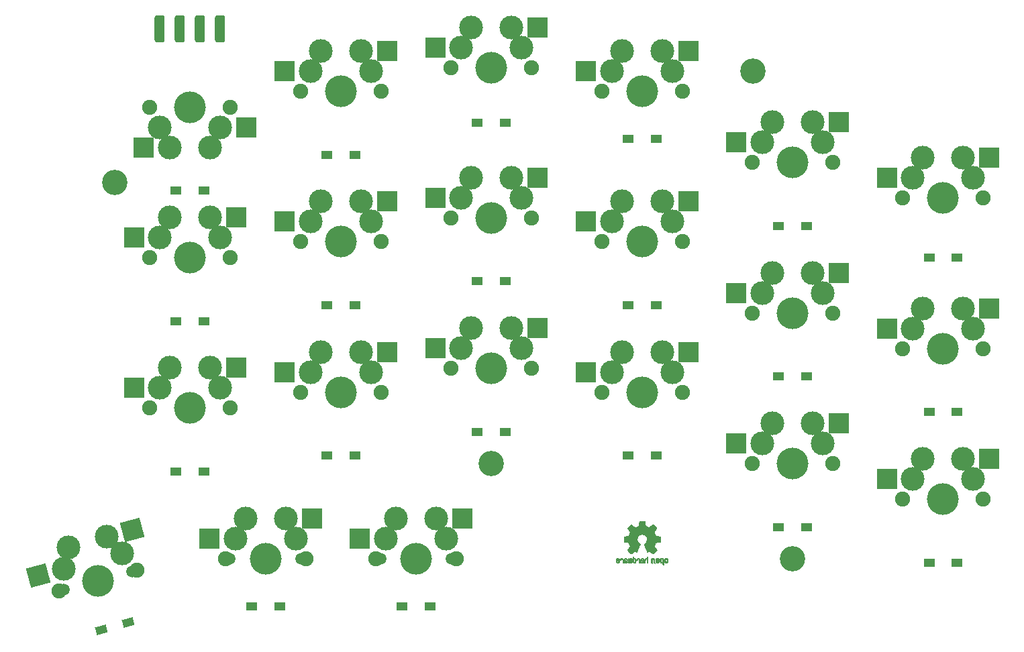
<source format=gbs>
%TF.GenerationSoftware,KiCad,Pcbnew,7.0.2-0*%
%TF.CreationDate,2023-06-01T09:13:53+08:00*%
%TF.ProjectId,Input,496e7075-742e-46b6-9963-61645f706362,2*%
%TF.SameCoordinates,PX717cbc0PY58b1140*%
%TF.FileFunction,Soldermask,Bot*%
%TF.FilePolarity,Negative*%
%FSLAX46Y46*%
G04 Gerber Fmt 4.6, Leading zero omitted, Abs format (unit mm)*
G04 Created by KiCad (PCBNEW 7.0.2-0) date 2023-06-01 09:13:53*
%MOMM*%
%LPD*%
G01*
G04 APERTURE LIST*
G04 Aperture macros list*
%AMRoundRect*
0 Rectangle with rounded corners*
0 $1 Rounding radius*
0 $2 $3 $4 $5 $6 $7 $8 $9 X,Y pos of 4 corners*
0 Add a 4 corners polygon primitive as box body*
4,1,4,$2,$3,$4,$5,$6,$7,$8,$9,$2,$3,0*
0 Add four circle primitives for the rounded corners*
1,1,$1+$1,$2,$3*
1,1,$1+$1,$4,$5*
1,1,$1+$1,$6,$7*
1,1,$1+$1,$8,$9*
0 Add four rect primitives between the rounded corners*
20,1,$1+$1,$2,$3,$4,$5,0*
20,1,$1+$1,$4,$5,$6,$7,0*
20,1,$1+$1,$6,$7,$8,$9,0*
20,1,$1+$1,$8,$9,$2,$3,0*%
%AMRotRect*
0 Rectangle, with rotation*
0 The origin of the aperture is its center*
0 $1 length*
0 $2 width*
0 $3 Rotation angle, in degrees counterclockwise*
0 Add horizontal line*
21,1,$1,$2,0,0,$3*%
G04 Aperture macros list end*
%ADD10C,0.010000*%
%ADD11C,1.900000*%
%ADD12C,3.000000*%
%ADD13C,4.000000*%
%ADD14R,2.550000X2.500000*%
%ADD15C,3.200000*%
%ADD16RoundRect,0.317500X0.317500X1.397000X-0.317500X1.397000X-0.317500X-1.397000X0.317500X-1.397000X0*%
%ADD17R,1.400000X1.000000*%
%ADD18C,1.500000*%
%ADD19RotRect,2.550000X2.500000X15.000000*%
%ADD20RotRect,1.400000X1.000000X195.000000*%
G04 APERTURE END LIST*
%TO.C,REF\u002A\u002A*%
D10*
X54482829Y-37951097D02*
X54542753Y-37973355D01*
X54567673Y-37990080D01*
X54592910Y-38014043D01*
X54610912Y-38044526D01*
X54622858Y-38086023D01*
X54629930Y-38143032D01*
X54633308Y-38220047D01*
X54634171Y-38321565D01*
X54634002Y-38374027D01*
X54633153Y-38445715D01*
X54631711Y-38502925D01*
X54629814Y-38540809D01*
X54627597Y-38554514D01*
X54613172Y-38549981D01*
X54584054Y-38537670D01*
X54583181Y-38537272D01*
X54568060Y-38529356D01*
X54557891Y-38518495D01*
X54551691Y-38499471D01*
X54548478Y-38467069D01*
X54547270Y-38416071D01*
X54547086Y-38341261D01*
X54546714Y-38293804D01*
X54542750Y-38204615D01*
X54533673Y-38139287D01*
X54518524Y-38094393D01*
X54496345Y-38066507D01*
X54466175Y-38052203D01*
X54461990Y-38051206D01*
X54405480Y-38050427D01*
X54361410Y-38075744D01*
X54330972Y-38126502D01*
X54325544Y-38141175D01*
X54313171Y-38173649D01*
X54306905Y-38188572D01*
X54294036Y-38186516D01*
X54265933Y-38175357D01*
X54239721Y-38156927D01*
X54227771Y-38122098D01*
X54231336Y-38097151D01*
X54253235Y-38046547D01*
X54288644Y-37999128D01*
X54330052Y-37966334D01*
X54347400Y-37958752D01*
X54413089Y-37946076D01*
X54482829Y-37951097D01*
G36*
X54482829Y-37951097D02*
G01*
X54542753Y-37973355D01*
X54567673Y-37990080D01*
X54592910Y-38014043D01*
X54610912Y-38044526D01*
X54622858Y-38086023D01*
X54629930Y-38143032D01*
X54633308Y-38220047D01*
X54634171Y-38321565D01*
X54634002Y-38374027D01*
X54633153Y-38445715D01*
X54631711Y-38502925D01*
X54629814Y-38540809D01*
X54627597Y-38554514D01*
X54613172Y-38549981D01*
X54584054Y-38537670D01*
X54583181Y-38537272D01*
X54568060Y-38529356D01*
X54557891Y-38518495D01*
X54551691Y-38499471D01*
X54548478Y-38467069D01*
X54547270Y-38416071D01*
X54547086Y-38341261D01*
X54546714Y-38293804D01*
X54542750Y-38204615D01*
X54533673Y-38139287D01*
X54518524Y-38094393D01*
X54496345Y-38066507D01*
X54466175Y-38052203D01*
X54461990Y-38051206D01*
X54405480Y-38050427D01*
X54361410Y-38075744D01*
X54330972Y-38126502D01*
X54325544Y-38141175D01*
X54313171Y-38173649D01*
X54306905Y-38188572D01*
X54294036Y-38186516D01*
X54265933Y-38175357D01*
X54239721Y-38156927D01*
X54227771Y-38122098D01*
X54231336Y-38097151D01*
X54253235Y-38046547D01*
X54288644Y-37999128D01*
X54330052Y-37966334D01*
X54347400Y-37958752D01*
X54413089Y-37946076D01*
X54482829Y-37951097D01*
G37*
X58431020Y-37917822D02*
X58498810Y-37949680D01*
X58554366Y-38004770D01*
X58565881Y-38022016D01*
X58575432Y-38041562D01*
X58582206Y-38066198D01*
X58586819Y-38100711D01*
X58589888Y-38149889D01*
X58592029Y-38218519D01*
X58593859Y-38311389D01*
X58598404Y-38569007D01*
X58560225Y-38554491D01*
X58525268Y-38541156D01*
X58499097Y-38528323D01*
X58482013Y-38511780D01*
X58472086Y-38486465D01*
X58467386Y-38447316D01*
X58465982Y-38389268D01*
X58465943Y-38307261D01*
X58465744Y-38241895D01*
X58464559Y-38179173D01*
X58461729Y-38136334D01*
X58456609Y-38108220D01*
X58448553Y-38089675D01*
X58436914Y-38075543D01*
X58408303Y-38055600D01*
X58360239Y-38048083D01*
X58312688Y-38067079D01*
X58309550Y-38069511D01*
X58299769Y-38080748D01*
X58292553Y-38098770D01*
X58287299Y-38128026D01*
X58283402Y-38172962D01*
X58280256Y-38238028D01*
X58277257Y-38327670D01*
X58270000Y-38567697D01*
X58208314Y-38540044D01*
X58146629Y-38512391D01*
X58146629Y-38293246D01*
X58146884Y-38233711D01*
X58149086Y-38150892D01*
X58154661Y-38089227D01*
X58164941Y-38043748D01*
X58181258Y-38009484D01*
X58204943Y-37981466D01*
X58237328Y-37954723D01*
X58283907Y-37927780D01*
X58357287Y-37910191D01*
X58431020Y-37917822D01*
G36*
X58431020Y-37917822D02*
G01*
X58498810Y-37949680D01*
X58554366Y-38004770D01*
X58565881Y-38022016D01*
X58575432Y-38041562D01*
X58582206Y-38066198D01*
X58586819Y-38100711D01*
X58589888Y-38149889D01*
X58592029Y-38218519D01*
X58593859Y-38311389D01*
X58598404Y-38569007D01*
X58560225Y-38554491D01*
X58525268Y-38541156D01*
X58499097Y-38528323D01*
X58482013Y-38511780D01*
X58472086Y-38486465D01*
X58467386Y-38447316D01*
X58465982Y-38389268D01*
X58465943Y-38307261D01*
X58465744Y-38241895D01*
X58464559Y-38179173D01*
X58461729Y-38136334D01*
X58456609Y-38108220D01*
X58448553Y-38089675D01*
X58436914Y-38075543D01*
X58408303Y-38055600D01*
X58360239Y-38048083D01*
X58312688Y-38067079D01*
X58309550Y-38069511D01*
X58299769Y-38080748D01*
X58292553Y-38098770D01*
X58287299Y-38128026D01*
X58283402Y-38172962D01*
X58280256Y-38238028D01*
X58277257Y-38327670D01*
X58270000Y-38567697D01*
X58208314Y-38540044D01*
X58146629Y-38512391D01*
X58146629Y-38293246D01*
X58146884Y-38233711D01*
X58149086Y-38150892D01*
X58154661Y-38089227D01*
X58164941Y-38043748D01*
X58181258Y-38009484D01*
X58204943Y-37981466D01*
X58237328Y-37954723D01*
X58283907Y-37927780D01*
X58357287Y-37910191D01*
X58431020Y-37917822D01*
G37*
X56607691Y-37966467D02*
X56612273Y-37969003D01*
X56649704Y-37998057D01*
X56683170Y-38035410D01*
X56689007Y-38043852D01*
X56700165Y-38063553D01*
X56708136Y-38086935D01*
X56713618Y-38119067D01*
X56717307Y-38165019D01*
X56719899Y-38229859D01*
X56722092Y-38318657D01*
X56722402Y-38333669D01*
X56723400Y-38430999D01*
X56721994Y-38499934D01*
X56718164Y-38540948D01*
X56711889Y-38554514D01*
X56692898Y-38550452D01*
X56660638Y-38538144D01*
X56653041Y-38534545D01*
X56641176Y-38526398D01*
X56632994Y-38513004D01*
X56627643Y-38489608D01*
X56624269Y-38451455D01*
X56622019Y-38393790D01*
X56620040Y-38311857D01*
X56619498Y-38287907D01*
X56617403Y-38212266D01*
X56614683Y-38159328D01*
X56610515Y-38124075D01*
X56604079Y-38101487D01*
X56594550Y-38086544D01*
X56581106Y-38074227D01*
X56541305Y-38052634D01*
X56492341Y-38048476D01*
X56448529Y-38064999D01*
X56417008Y-38099210D01*
X56404914Y-38148114D01*
X56404578Y-38161407D01*
X56397972Y-38185472D01*
X56378470Y-38189144D01*
X56340283Y-38174813D01*
X56331438Y-38170217D01*
X56307534Y-38143186D01*
X56307061Y-38102994D01*
X56329836Y-38047409D01*
X56350727Y-38017117D01*
X56404142Y-37974084D01*
X56470074Y-37949755D01*
X56540574Y-37946443D01*
X56607691Y-37966467D01*
G36*
X56607691Y-37966467D02*
G01*
X56612273Y-37969003D01*
X56649704Y-37998057D01*
X56683170Y-38035410D01*
X56689007Y-38043852D01*
X56700165Y-38063553D01*
X56708136Y-38086935D01*
X56713618Y-38119067D01*
X56717307Y-38165019D01*
X56719899Y-38229859D01*
X56722092Y-38318657D01*
X56722402Y-38333669D01*
X56723400Y-38430999D01*
X56721994Y-38499934D01*
X56718164Y-38540948D01*
X56711889Y-38554514D01*
X56692898Y-38550452D01*
X56660638Y-38538144D01*
X56653041Y-38534545D01*
X56641176Y-38526398D01*
X56632994Y-38513004D01*
X56627643Y-38489608D01*
X56624269Y-38451455D01*
X56622019Y-38393790D01*
X56620040Y-38311857D01*
X56619498Y-38287907D01*
X56617403Y-38212266D01*
X56614683Y-38159328D01*
X56610515Y-38124075D01*
X56604079Y-38101487D01*
X56594550Y-38086544D01*
X56581106Y-38074227D01*
X56541305Y-38052634D01*
X56492341Y-38048476D01*
X56448529Y-38064999D01*
X56417008Y-38099210D01*
X56404914Y-38148114D01*
X56404578Y-38161407D01*
X56397972Y-38185472D01*
X56378470Y-38189144D01*
X56340283Y-38174813D01*
X56331438Y-38170217D01*
X56307534Y-38143186D01*
X56307061Y-38102994D01*
X56329836Y-38047409D01*
X56350727Y-38017117D01*
X56404142Y-37974084D01*
X56470074Y-37949755D01*
X56540574Y-37946443D01*
X56607691Y-37966467D01*
G37*
X57678543Y-37749444D02*
X57725714Y-37769342D01*
X57725714Y-38166509D01*
X57725519Y-38269498D01*
X57724998Y-38362141D01*
X57724199Y-38440700D01*
X57723172Y-38501439D01*
X57721963Y-38540623D01*
X57720623Y-38554514D01*
X57720099Y-38554468D01*
X57702287Y-38549420D01*
X57669823Y-38538580D01*
X57624114Y-38522646D01*
X57624114Y-38318173D01*
X57623824Y-38237832D01*
X57622474Y-38179562D01*
X57619369Y-38139909D01*
X57613812Y-38113618D01*
X57605107Y-38095436D01*
X57592556Y-38080107D01*
X57583999Y-38071955D01*
X57537728Y-38049375D01*
X57486728Y-38051375D01*
X57439993Y-38078073D01*
X57433189Y-38084698D01*
X57422293Y-38098456D01*
X57414836Y-38116642D01*
X57410169Y-38144177D01*
X57407642Y-38185981D01*
X57406602Y-38246973D01*
X57406400Y-38332073D01*
X57406303Y-38375234D01*
X57405674Y-38446224D01*
X57404556Y-38503076D01*
X57403063Y-38540828D01*
X57401309Y-38554514D01*
X57400785Y-38554468D01*
X57382973Y-38549420D01*
X57350509Y-38538580D01*
X57304800Y-38522646D01*
X57304823Y-38317237D01*
X57304857Y-38298951D01*
X57306778Y-38203626D01*
X57312678Y-38131543D01*
X57324001Y-38077813D01*
X57342187Y-38037549D01*
X57368679Y-38005861D01*
X57404918Y-37977861D01*
X57440263Y-37960333D01*
X57496773Y-37946785D01*
X57552356Y-37946015D01*
X57595086Y-37959195D01*
X57598298Y-37961015D01*
X57608205Y-37960820D01*
X57614975Y-37945572D01*
X57619861Y-37910613D01*
X57624114Y-37851289D01*
X57631371Y-37729547D01*
X57678543Y-37749444D01*
G36*
X57678543Y-37749444D02*
G01*
X57725714Y-37769342D01*
X57725714Y-38166509D01*
X57725519Y-38269498D01*
X57724998Y-38362141D01*
X57724199Y-38440700D01*
X57723172Y-38501439D01*
X57721963Y-38540623D01*
X57720623Y-38554514D01*
X57720099Y-38554468D01*
X57702287Y-38549420D01*
X57669823Y-38538580D01*
X57624114Y-38522646D01*
X57624114Y-38318173D01*
X57623824Y-38237832D01*
X57622474Y-38179562D01*
X57619369Y-38139909D01*
X57613812Y-38113618D01*
X57605107Y-38095436D01*
X57592556Y-38080107D01*
X57583999Y-38071955D01*
X57537728Y-38049375D01*
X57486728Y-38051375D01*
X57439993Y-38078073D01*
X57433189Y-38084698D01*
X57422293Y-38098456D01*
X57414836Y-38116642D01*
X57410169Y-38144177D01*
X57407642Y-38185981D01*
X57406602Y-38246973D01*
X57406400Y-38332073D01*
X57406303Y-38375234D01*
X57405674Y-38446224D01*
X57404556Y-38503076D01*
X57403063Y-38540828D01*
X57401309Y-38554514D01*
X57400785Y-38554468D01*
X57382973Y-38549420D01*
X57350509Y-38538580D01*
X57304800Y-38522646D01*
X57304823Y-38317237D01*
X57304857Y-38298951D01*
X57306778Y-38203626D01*
X57312678Y-38131543D01*
X57324001Y-38077813D01*
X57342187Y-38037549D01*
X57368679Y-38005861D01*
X57404918Y-37977861D01*
X57440263Y-37960333D01*
X57496773Y-37946785D01*
X57552356Y-37946015D01*
X57595086Y-37959195D01*
X57598298Y-37961015D01*
X57608205Y-37960820D01*
X57614975Y-37945572D01*
X57619861Y-37910613D01*
X57624114Y-37851289D01*
X57631371Y-37729547D01*
X57678543Y-37749444D01*
G37*
X55653941Y-37949282D02*
X55685774Y-37961758D01*
X55722743Y-37978602D01*
X55722743Y-38465196D01*
X55676812Y-38511127D01*
X55666320Y-38521427D01*
X55637255Y-38544320D01*
X55607943Y-38551735D01*
X55564326Y-38548321D01*
X55546568Y-38546114D01*
X55500767Y-38541445D01*
X55468743Y-38539585D01*
X55459244Y-38539869D01*
X55420274Y-38542948D01*
X55373160Y-38548321D01*
X55358085Y-38550168D01*
X55320110Y-38550893D01*
X55292325Y-38539429D01*
X55260674Y-38511127D01*
X55214743Y-38465196D01*
X55214743Y-38205055D01*
X55215101Y-38128180D01*
X55216216Y-38054886D01*
X55217952Y-37996850D01*
X55220167Y-37958663D01*
X55222721Y-37944914D01*
X55223256Y-37944951D01*
X55241808Y-37951793D01*
X55273153Y-37966868D01*
X55315608Y-37988822D01*
X55319604Y-38217240D01*
X55323600Y-38445657D01*
X55410686Y-38445657D01*
X55414657Y-38195286D01*
X55415916Y-38127227D01*
X55417718Y-38054482D01*
X55419671Y-37996730D01*
X55421612Y-37958648D01*
X55423377Y-37944914D01*
X55423885Y-37944962D01*
X55441482Y-37950015D01*
X55473834Y-37960849D01*
X55519543Y-37976783D01*
X55519765Y-38196706D01*
X55519988Y-38234909D01*
X55521531Y-38309146D01*
X55524292Y-38371145D01*
X55527977Y-38415308D01*
X55532292Y-38436041D01*
X55547732Y-38447131D01*
X55579241Y-38450556D01*
X55613886Y-38445657D01*
X55617857Y-38195286D01*
X55619278Y-38131663D01*
X55622225Y-38056356D01*
X55626079Y-37997286D01*
X55630542Y-37958718D01*
X55635317Y-37944914D01*
X55653941Y-37949282D01*
G36*
X55653941Y-37949282D02*
G01*
X55685774Y-37961758D01*
X55722743Y-37978602D01*
X55722743Y-38465196D01*
X55676812Y-38511127D01*
X55666320Y-38521427D01*
X55637255Y-38544320D01*
X55607943Y-38551735D01*
X55564326Y-38548321D01*
X55546568Y-38546114D01*
X55500767Y-38541445D01*
X55468743Y-38539585D01*
X55459244Y-38539869D01*
X55420274Y-38542948D01*
X55373160Y-38548321D01*
X55358085Y-38550168D01*
X55320110Y-38550893D01*
X55292325Y-38539429D01*
X55260674Y-38511127D01*
X55214743Y-38465196D01*
X55214743Y-38205055D01*
X55215101Y-38128180D01*
X55216216Y-38054886D01*
X55217952Y-37996850D01*
X55220167Y-37958663D01*
X55222721Y-37944914D01*
X55223256Y-37944951D01*
X55241808Y-37951793D01*
X55273153Y-37966868D01*
X55315608Y-37988822D01*
X55319604Y-38217240D01*
X55323600Y-38445657D01*
X55410686Y-38445657D01*
X55414657Y-38195286D01*
X55415916Y-38127227D01*
X55417718Y-38054482D01*
X55419671Y-37996730D01*
X55421612Y-37958648D01*
X55423377Y-37944914D01*
X55423885Y-37944962D01*
X55441482Y-37950015D01*
X55473834Y-37960849D01*
X55519543Y-37976783D01*
X55519765Y-38196706D01*
X55519988Y-38234909D01*
X55521531Y-38309146D01*
X55524292Y-38371145D01*
X55527977Y-38415308D01*
X55532292Y-38436041D01*
X55547732Y-38447131D01*
X55579241Y-38450556D01*
X55613886Y-38445657D01*
X55617857Y-38195286D01*
X55619278Y-38131663D01*
X55622225Y-38056356D01*
X55626079Y-37997286D01*
X55630542Y-37958718D01*
X55635317Y-37944914D01*
X55653941Y-37949282D01*
G37*
X60265714Y-38235200D02*
X60265701Y-38250935D01*
X60264914Y-38321119D01*
X60262210Y-38370022D01*
X60256606Y-38404178D01*
X60247119Y-38430124D01*
X60232768Y-38454397D01*
X60229237Y-38459433D01*
X60191878Y-38499143D01*
X60149311Y-38529092D01*
X60127452Y-38538810D01*
X60048908Y-38555020D01*
X59971231Y-38544535D01*
X59899645Y-38508707D01*
X59839374Y-38448887D01*
X59834286Y-38440873D01*
X59817730Y-38394342D01*
X59806573Y-38329552D01*
X59801160Y-38254727D01*
X59801768Y-38185513D01*
X59948248Y-38185513D01*
X59949402Y-38281399D01*
X59949866Y-38287569D01*
X59956629Y-38340478D01*
X59968671Y-38374029D01*
X59989005Y-38397016D01*
X60023097Y-38418548D01*
X60056814Y-38419680D01*
X60091543Y-38394857D01*
X60097584Y-38388325D01*
X60109417Y-38368779D01*
X60116404Y-38340386D01*
X60119727Y-38296430D01*
X60120571Y-38230192D01*
X60119125Y-38168150D01*
X60111907Y-38109042D01*
X60097006Y-38071686D01*
X60072636Y-38052152D01*
X60037008Y-38046514D01*
X60023440Y-38047635D01*
X59985430Y-38068194D01*
X59960312Y-38114299D01*
X59948248Y-38185513D01*
X59801768Y-38185513D01*
X59801833Y-38178096D01*
X59808937Y-38107882D01*
X59822815Y-38052312D01*
X59840649Y-38015301D01*
X59890855Y-37957733D01*
X59958885Y-37921962D01*
X60042158Y-37909665D01*
X60064398Y-37910331D01*
X60129891Y-37923947D01*
X60183687Y-37958249D01*
X60233057Y-38017338D01*
X60235995Y-38021722D01*
X60249287Y-38045299D01*
X60257932Y-38071949D01*
X60262904Y-38108159D01*
X60265174Y-38160413D01*
X60265678Y-38230192D01*
X60265714Y-38235200D01*
G36*
X60265714Y-38235200D02*
G01*
X60265701Y-38250935D01*
X60264914Y-38321119D01*
X60262210Y-38370022D01*
X60256606Y-38404178D01*
X60247119Y-38430124D01*
X60232768Y-38454397D01*
X60229237Y-38459433D01*
X60191878Y-38499143D01*
X60149311Y-38529092D01*
X60127452Y-38538810D01*
X60048908Y-38555020D01*
X59971231Y-38544535D01*
X59899645Y-38508707D01*
X59839374Y-38448887D01*
X59834286Y-38440873D01*
X59817730Y-38394342D01*
X59806573Y-38329552D01*
X59801160Y-38254727D01*
X59801768Y-38185513D01*
X59948248Y-38185513D01*
X59949402Y-38281399D01*
X59949866Y-38287569D01*
X59956629Y-38340478D01*
X59968671Y-38374029D01*
X59989005Y-38397016D01*
X60023097Y-38418548D01*
X60056814Y-38419680D01*
X60091543Y-38394857D01*
X60097584Y-38388325D01*
X60109417Y-38368779D01*
X60116404Y-38340386D01*
X60119727Y-38296430D01*
X60120571Y-38230192D01*
X60119125Y-38168150D01*
X60111907Y-38109042D01*
X60097006Y-38071686D01*
X60072636Y-38052152D01*
X60037008Y-38046514D01*
X60023440Y-38047635D01*
X59985430Y-38068194D01*
X59960312Y-38114299D01*
X59948248Y-38185513D01*
X59801768Y-38185513D01*
X59801833Y-38178096D01*
X59808937Y-38107882D01*
X59822815Y-38052312D01*
X59840649Y-38015301D01*
X59890855Y-37957733D01*
X59958885Y-37921962D01*
X60042158Y-37909665D01*
X60064398Y-37910331D01*
X60129891Y-37923947D01*
X60183687Y-37958249D01*
X60233057Y-38017338D01*
X60235995Y-38021722D01*
X60249287Y-38045299D01*
X60257932Y-38071949D01*
X60262904Y-38108159D01*
X60265174Y-38160413D01*
X60265678Y-38230192D01*
X60265714Y-38235200D01*
G37*
X54140590Y-38252622D02*
X54140307Y-38291305D01*
X54136762Y-38367521D01*
X54127483Y-38423294D01*
X54110375Y-38464613D01*
X54083344Y-38497467D01*
X54044292Y-38527846D01*
X54019445Y-38541660D01*
X53979615Y-38550965D01*
X53923665Y-38550230D01*
X53892385Y-38547283D01*
X53854653Y-38538283D01*
X53824494Y-38518720D01*
X53789408Y-38482267D01*
X53784720Y-38476943D01*
X53753177Y-38435969D01*
X53738128Y-38400283D01*
X53734286Y-38357966D01*
X53734286Y-38295779D01*
X53777742Y-38312182D01*
X53809424Y-38331356D01*
X53836962Y-38376347D01*
X53842711Y-38390752D01*
X53874855Y-38431546D01*
X53918611Y-38452081D01*
X53966254Y-38450235D01*
X54010057Y-38423886D01*
X54025111Y-38407455D01*
X54038763Y-38382667D01*
X54034493Y-38360144D01*
X54009916Y-38336964D01*
X53962651Y-38310202D01*
X53890314Y-38276934D01*
X53741543Y-38211816D01*
X53737595Y-38147308D01*
X53739079Y-38106220D01*
X53836010Y-38106220D01*
X53843368Y-38131657D01*
X53876848Y-38158814D01*
X53937614Y-38189714D01*
X53947669Y-38194190D01*
X53995751Y-38215017D01*
X54031726Y-38229665D01*
X54048444Y-38235200D01*
X54050977Y-38231126D01*
X54051993Y-38206247D01*
X54048369Y-38166257D01*
X54039242Y-38127152D01*
X54010773Y-38077884D01*
X53969678Y-38050122D01*
X53920590Y-38046364D01*
X53868144Y-38069109D01*
X53853609Y-38080481D01*
X53836010Y-38106220D01*
X53739079Y-38106220D01*
X53739338Y-38099064D01*
X53761281Y-38038096D01*
X53788979Y-38004497D01*
X53846405Y-37966966D01*
X53914527Y-37948006D01*
X53984947Y-37949507D01*
X54049267Y-37973355D01*
X54063426Y-37982513D01*
X54095904Y-38010849D01*
X54118116Y-38046695D01*
X54131804Y-38095384D01*
X54138715Y-38162249D01*
X54139628Y-38206247D01*
X54140590Y-38252622D01*
G36*
X54140590Y-38252622D02*
G01*
X54140307Y-38291305D01*
X54136762Y-38367521D01*
X54127483Y-38423294D01*
X54110375Y-38464613D01*
X54083344Y-38497467D01*
X54044292Y-38527846D01*
X54019445Y-38541660D01*
X53979615Y-38550965D01*
X53923665Y-38550230D01*
X53892385Y-38547283D01*
X53854653Y-38538283D01*
X53824494Y-38518720D01*
X53789408Y-38482267D01*
X53784720Y-38476943D01*
X53753177Y-38435969D01*
X53738128Y-38400283D01*
X53734286Y-38357966D01*
X53734286Y-38295779D01*
X53777742Y-38312182D01*
X53809424Y-38331356D01*
X53836962Y-38376347D01*
X53842711Y-38390752D01*
X53874855Y-38431546D01*
X53918611Y-38452081D01*
X53966254Y-38450235D01*
X54010057Y-38423886D01*
X54025111Y-38407455D01*
X54038763Y-38382667D01*
X54034493Y-38360144D01*
X54009916Y-38336964D01*
X53962651Y-38310202D01*
X53890314Y-38276934D01*
X53741543Y-38211816D01*
X53737595Y-38147308D01*
X53739079Y-38106220D01*
X53836010Y-38106220D01*
X53843368Y-38131657D01*
X53876848Y-38158814D01*
X53937614Y-38189714D01*
X53947669Y-38194190D01*
X53995751Y-38215017D01*
X54031726Y-38229665D01*
X54048444Y-38235200D01*
X54050977Y-38231126D01*
X54051993Y-38206247D01*
X54048369Y-38166257D01*
X54039242Y-38127152D01*
X54010773Y-38077884D01*
X53969678Y-38050122D01*
X53920590Y-38046364D01*
X53868144Y-38069109D01*
X53853609Y-38080481D01*
X53836010Y-38106220D01*
X53739079Y-38106220D01*
X53739338Y-38099064D01*
X53761281Y-38038096D01*
X53788979Y-38004497D01*
X53846405Y-37966966D01*
X53914527Y-37948006D01*
X53984947Y-37949507D01*
X54049267Y-37973355D01*
X54063426Y-37982513D01*
X54095904Y-38010849D01*
X54118116Y-38046695D01*
X54131804Y-38095384D01*
X54138715Y-38162249D01*
X54139628Y-38206247D01*
X54140590Y-38252622D01*
G37*
X56230698Y-38249714D02*
X56229537Y-38306313D01*
X56221345Y-38383462D01*
X56203519Y-38441276D01*
X56173975Y-38485422D01*
X56130625Y-38521568D01*
X56089332Y-38542463D01*
X56019987Y-38554090D01*
X55950736Y-38541377D01*
X55888145Y-38505945D01*
X55838779Y-38449418D01*
X55832818Y-38438995D01*
X55824945Y-38420733D01*
X55819106Y-38397429D01*
X55814999Y-38365085D01*
X55812325Y-38319704D01*
X55810781Y-38257287D01*
X55810734Y-38251748D01*
X55911429Y-38251748D01*
X55911772Y-38304577D01*
X55913942Y-38352362D01*
X55919307Y-38383209D01*
X55929217Y-38403935D01*
X55945021Y-38421356D01*
X55948724Y-38424705D01*
X55996299Y-38449419D01*
X56046635Y-38446890D01*
X56093517Y-38417288D01*
X56107477Y-38401953D01*
X56119160Y-38381622D01*
X56125686Y-38353514D01*
X56128524Y-38310550D01*
X56129143Y-38245647D01*
X56128837Y-38196122D01*
X56126722Y-38147782D01*
X56121390Y-38116587D01*
X56111460Y-38095647D01*
X56095550Y-38078073D01*
X56086204Y-38070159D01*
X56037776Y-38048843D01*
X55987040Y-38052198D01*
X55942987Y-38080107D01*
X55933504Y-38091173D01*
X55921939Y-38112009D01*
X55915252Y-38141106D01*
X55912173Y-38185381D01*
X55911429Y-38251748D01*
X55810734Y-38251748D01*
X55810067Y-38173837D01*
X55809883Y-38065358D01*
X55809829Y-37728601D01*
X55857000Y-37748362D01*
X55869472Y-37753770D01*
X55889324Y-37765985D01*
X55900687Y-37784482D01*
X55906933Y-37816829D01*
X55911429Y-37870593D01*
X55915535Y-37918866D01*
X55920963Y-37950557D01*
X55928739Y-37962383D01*
X55940457Y-37959212D01*
X55970318Y-37948067D01*
X56023684Y-37945304D01*
X56081093Y-37955625D01*
X56130625Y-37977861D01*
X56157876Y-37998443D01*
X56192865Y-38038600D01*
X56215274Y-38090086D01*
X56227190Y-38158568D01*
X56230542Y-38245647D01*
X56230698Y-38249714D01*
G36*
X56230698Y-38249714D02*
G01*
X56229537Y-38306313D01*
X56221345Y-38383462D01*
X56203519Y-38441276D01*
X56173975Y-38485422D01*
X56130625Y-38521568D01*
X56089332Y-38542463D01*
X56019987Y-38554090D01*
X55950736Y-38541377D01*
X55888145Y-38505945D01*
X55838779Y-38449418D01*
X55832818Y-38438995D01*
X55824945Y-38420733D01*
X55819106Y-38397429D01*
X55814999Y-38365085D01*
X55812325Y-38319704D01*
X55810781Y-38257287D01*
X55810734Y-38251748D01*
X55911429Y-38251748D01*
X55911772Y-38304577D01*
X55913942Y-38352362D01*
X55919307Y-38383209D01*
X55929217Y-38403935D01*
X55945021Y-38421356D01*
X55948724Y-38424705D01*
X55996299Y-38449419D01*
X56046635Y-38446890D01*
X56093517Y-38417288D01*
X56107477Y-38401953D01*
X56119160Y-38381622D01*
X56125686Y-38353514D01*
X56128524Y-38310550D01*
X56129143Y-38245647D01*
X56128837Y-38196122D01*
X56126722Y-38147782D01*
X56121390Y-38116587D01*
X56111460Y-38095647D01*
X56095550Y-38078073D01*
X56086204Y-38070159D01*
X56037776Y-38048843D01*
X55987040Y-38052198D01*
X55942987Y-38080107D01*
X55933504Y-38091173D01*
X55921939Y-38112009D01*
X55915252Y-38141106D01*
X55912173Y-38185381D01*
X55911429Y-38251748D01*
X55810734Y-38251748D01*
X55810067Y-38173837D01*
X55809883Y-38065358D01*
X55809829Y-37728601D01*
X55857000Y-37748362D01*
X55869472Y-37753770D01*
X55889324Y-37765985D01*
X55900687Y-37784482D01*
X55906933Y-37816829D01*
X55911429Y-37870593D01*
X55915535Y-37918866D01*
X55920963Y-37950557D01*
X55928739Y-37962383D01*
X55940457Y-37959212D01*
X55970318Y-37948067D01*
X56023684Y-37945304D01*
X56081093Y-37955625D01*
X56130625Y-37977861D01*
X56157876Y-37998443D01*
X56192865Y-38038600D01*
X56215274Y-38090086D01*
X56227190Y-38158568D01*
X56230542Y-38245647D01*
X56230698Y-38249714D01*
G37*
X59162299Y-38194055D02*
X59157684Y-38304078D01*
X59155078Y-38327387D01*
X59135660Y-38410352D01*
X59100573Y-38473448D01*
X59047212Y-38521808D01*
X59044196Y-38523804D01*
X58976362Y-38552185D01*
X58905535Y-38554711D01*
X58837289Y-38533097D01*
X58777196Y-38489062D01*
X58730829Y-38424322D01*
X58730050Y-38422761D01*
X58714643Y-38382558D01*
X58703357Y-38336866D01*
X58697370Y-38293972D01*
X58697861Y-38262160D01*
X58706007Y-38249714D01*
X58713244Y-38250471D01*
X58747851Y-38264235D01*
X58787078Y-38289546D01*
X58820448Y-38318845D01*
X58837483Y-38344572D01*
X58855192Y-38379471D01*
X58891485Y-38411212D01*
X58933630Y-38423886D01*
X58949077Y-38420221D01*
X58979569Y-38401774D01*
X59006128Y-38376166D01*
X59017486Y-38352934D01*
X59017482Y-38352848D01*
X59004596Y-38342179D01*
X58970241Y-38322933D01*
X58919593Y-38297813D01*
X58857829Y-38269524D01*
X58857489Y-38269374D01*
X58790388Y-38239498D01*
X58745411Y-38217973D01*
X58718145Y-38201437D01*
X58704178Y-38186531D01*
X58699097Y-38169893D01*
X58698490Y-38148162D01*
X58702712Y-38107013D01*
X58846000Y-38107013D01*
X58860791Y-38119949D01*
X58897644Y-38139333D01*
X58898725Y-38139881D01*
X58942205Y-38160587D01*
X58981102Y-38177105D01*
X59005778Y-38184093D01*
X59015676Y-38174753D01*
X59017486Y-38142748D01*
X59009966Y-38102915D01*
X58983897Y-38066717D01*
X58946154Y-38047950D01*
X58904077Y-38049845D01*
X58865005Y-38075632D01*
X58849647Y-38093451D01*
X58846000Y-38107013D01*
X58702712Y-38107013D01*
X58703833Y-38096086D01*
X58730251Y-38025335D01*
X58774473Y-37969735D01*
X58831697Y-37931239D01*
X58897120Y-37911797D01*
X58965937Y-37913359D01*
X59033347Y-37937878D01*
X59094544Y-37987302D01*
X59128450Y-38036212D01*
X59152806Y-38106027D01*
X59156767Y-38142748D01*
X59162299Y-38194055D01*
G36*
X59162299Y-38194055D02*
G01*
X59157684Y-38304078D01*
X59155078Y-38327387D01*
X59135660Y-38410352D01*
X59100573Y-38473448D01*
X59047212Y-38521808D01*
X59044196Y-38523804D01*
X58976362Y-38552185D01*
X58905535Y-38554711D01*
X58837289Y-38533097D01*
X58777196Y-38489062D01*
X58730829Y-38424322D01*
X58730050Y-38422761D01*
X58714643Y-38382558D01*
X58703357Y-38336866D01*
X58697370Y-38293972D01*
X58697861Y-38262160D01*
X58706007Y-38249714D01*
X58713244Y-38250471D01*
X58747851Y-38264235D01*
X58787078Y-38289546D01*
X58820448Y-38318845D01*
X58837483Y-38344572D01*
X58855192Y-38379471D01*
X58891485Y-38411212D01*
X58933630Y-38423886D01*
X58949077Y-38420221D01*
X58979569Y-38401774D01*
X59006128Y-38376166D01*
X59017486Y-38352934D01*
X59017482Y-38352848D01*
X59004596Y-38342179D01*
X58970241Y-38322933D01*
X58919593Y-38297813D01*
X58857829Y-38269524D01*
X58857489Y-38269374D01*
X58790388Y-38239498D01*
X58745411Y-38217973D01*
X58718145Y-38201437D01*
X58704178Y-38186531D01*
X58699097Y-38169893D01*
X58698490Y-38148162D01*
X58702712Y-38107013D01*
X58846000Y-38107013D01*
X58860791Y-38119949D01*
X58897644Y-38139333D01*
X58898725Y-38139881D01*
X58942205Y-38160587D01*
X58981102Y-38177105D01*
X59005778Y-38184093D01*
X59015676Y-38174753D01*
X59017486Y-38142748D01*
X59009966Y-38102915D01*
X58983897Y-38066717D01*
X58946154Y-38047950D01*
X58904077Y-38049845D01*
X58865005Y-38075632D01*
X58849647Y-38093451D01*
X58846000Y-38107013D01*
X58702712Y-38107013D01*
X58703833Y-38096086D01*
X58730251Y-38025335D01*
X58774473Y-37969735D01*
X58831697Y-37931239D01*
X58897120Y-37911797D01*
X58965937Y-37913359D01*
X59033347Y-37937878D01*
X59094544Y-37987302D01*
X59128450Y-38036212D01*
X59152806Y-38106027D01*
X59156767Y-38142748D01*
X59162299Y-38194055D01*
G37*
X57089483Y-37960569D02*
X57139376Y-37989661D01*
X57161325Y-38012327D01*
X57203504Y-38080082D01*
X57217714Y-38153950D01*
X57217714Y-38204770D01*
X57170999Y-38185128D01*
X57138692Y-38165308D01*
X57113231Y-38124160D01*
X57110616Y-38115675D01*
X57082478Y-38072451D01*
X57040067Y-38049103D01*
X56991370Y-38048100D01*
X56944373Y-38071914D01*
X56937357Y-38078056D01*
X56913893Y-38104745D01*
X56910019Y-38128014D01*
X56927768Y-38150862D01*
X56969179Y-38176287D01*
X57036286Y-38207288D01*
X57040824Y-38209252D01*
X57115322Y-38243990D01*
X57166203Y-38274763D01*
X57197525Y-38305488D01*
X57213343Y-38340082D01*
X57217714Y-38382462D01*
X57211986Y-38429446D01*
X57183062Y-38489585D01*
X57132178Y-38532788D01*
X57095374Y-38545759D01*
X57043434Y-38552856D01*
X56992999Y-38551340D01*
X56956983Y-38540632D01*
X56953158Y-38537966D01*
X56942998Y-38519337D01*
X56950048Y-38486505D01*
X56962297Y-38460735D01*
X56981939Y-38450006D01*
X57019191Y-38450539D01*
X57070908Y-38447462D01*
X57104701Y-38426212D01*
X57116114Y-38386877D01*
X57116104Y-38385747D01*
X57109187Y-38362913D01*
X57085659Y-38341963D01*
X57039914Y-38317815D01*
X56977704Y-38288741D01*
X56936499Y-38272925D01*
X56912712Y-38273944D01*
X56901597Y-38294837D01*
X56898408Y-38338641D01*
X56898400Y-38408393D01*
X56898044Y-38451452D01*
X56896413Y-38504626D01*
X56893761Y-38541022D01*
X56890422Y-38554514D01*
X56889530Y-38554423D01*
X56870237Y-38547110D01*
X56838284Y-38531678D01*
X56794124Y-38508842D01*
X56799371Y-38303078D01*
X56799736Y-38289432D01*
X56803904Y-38193651D01*
X56811268Y-38121462D01*
X56823330Y-38068058D01*
X56841593Y-38028633D01*
X56867560Y-37998380D01*
X56902733Y-37972493D01*
X56903384Y-37972087D01*
X56960256Y-37950968D01*
X57026033Y-37947400D01*
X57089483Y-37960569D01*
G36*
X57089483Y-37960569D02*
G01*
X57139376Y-37989661D01*
X57161325Y-38012327D01*
X57203504Y-38080082D01*
X57217714Y-38153950D01*
X57217714Y-38204770D01*
X57170999Y-38185128D01*
X57138692Y-38165308D01*
X57113231Y-38124160D01*
X57110616Y-38115675D01*
X57082478Y-38072451D01*
X57040067Y-38049103D01*
X56991370Y-38048100D01*
X56944373Y-38071914D01*
X56937357Y-38078056D01*
X56913893Y-38104745D01*
X56910019Y-38128014D01*
X56927768Y-38150862D01*
X56969179Y-38176287D01*
X57036286Y-38207288D01*
X57040824Y-38209252D01*
X57115322Y-38243990D01*
X57166203Y-38274763D01*
X57197525Y-38305488D01*
X57213343Y-38340082D01*
X57217714Y-38382462D01*
X57211986Y-38429446D01*
X57183062Y-38489585D01*
X57132178Y-38532788D01*
X57095374Y-38545759D01*
X57043434Y-38552856D01*
X56992999Y-38551340D01*
X56956983Y-38540632D01*
X56953158Y-38537966D01*
X56942998Y-38519337D01*
X56950048Y-38486505D01*
X56962297Y-38460735D01*
X56981939Y-38450006D01*
X57019191Y-38450539D01*
X57070908Y-38447462D01*
X57104701Y-38426212D01*
X57116114Y-38386877D01*
X57116104Y-38385747D01*
X57109187Y-38362913D01*
X57085659Y-38341963D01*
X57039914Y-38317815D01*
X56977704Y-38288741D01*
X56936499Y-38272925D01*
X56912712Y-38273944D01*
X56901597Y-38294837D01*
X56898408Y-38338641D01*
X56898400Y-38408393D01*
X56898044Y-38451452D01*
X56896413Y-38504626D01*
X56893761Y-38541022D01*
X56890422Y-38554514D01*
X56889530Y-38554423D01*
X56870237Y-38547110D01*
X56838284Y-38531678D01*
X56794124Y-38508842D01*
X56799371Y-38303078D01*
X56799736Y-38289432D01*
X56803904Y-38193651D01*
X56811268Y-38121462D01*
X56823330Y-38068058D01*
X56841593Y-38028633D01*
X56867560Y-37998380D01*
X56902733Y-37972493D01*
X56903384Y-37972087D01*
X56960256Y-37950968D01*
X57026033Y-37947400D01*
X57089483Y-37960569D01*
G37*
X59709815Y-38301524D02*
X59711252Y-38413000D01*
X59711651Y-38445339D01*
X59712929Y-38553455D01*
X59713185Y-38636186D01*
X59711634Y-38696426D01*
X59707490Y-38737073D01*
X59699964Y-38761023D01*
X59688271Y-38771171D01*
X59671624Y-38770414D01*
X59649236Y-38761648D01*
X59620321Y-38747769D01*
X59614142Y-38744808D01*
X59588413Y-38730311D01*
X59574976Y-38713065D01*
X59569834Y-38684308D01*
X59568990Y-38635283D01*
X59568952Y-38547257D01*
X59478276Y-38547257D01*
X59422498Y-38544815D01*
X59378640Y-38534908D01*
X59342218Y-38514886D01*
X59339503Y-38512929D01*
X59302546Y-38479869D01*
X59276826Y-38439931D01*
X59260606Y-38387657D01*
X59252148Y-38317588D01*
X59250083Y-38238430D01*
X59394857Y-38238430D01*
X59394882Y-38251697D01*
X59396261Y-38311584D01*
X59400687Y-38350732D01*
X59409461Y-38376153D01*
X59423886Y-38394857D01*
X59424784Y-38395750D01*
X59460237Y-38419952D01*
X59494596Y-38417567D01*
X59533403Y-38388260D01*
X59542895Y-38378244D01*
X59556876Y-38357708D01*
X59564760Y-38330997D01*
X59568245Y-38290499D01*
X59569029Y-38228603D01*
X59568350Y-38191130D01*
X59560983Y-38122980D01*
X59544168Y-38078330D01*
X59516234Y-38053926D01*
X59475509Y-38046514D01*
X59458350Y-38048094D01*
X59428660Y-38063766D01*
X59409031Y-38098691D01*
X59398188Y-38155901D01*
X59394857Y-38238430D01*
X59250083Y-38238430D01*
X59249714Y-38224267D01*
X59250253Y-38156169D01*
X59252707Y-38104587D01*
X59258158Y-38068816D01*
X59267686Y-38042015D01*
X59282371Y-38017338D01*
X59295852Y-37998480D01*
X59344799Y-37947568D01*
X59400256Y-37919918D01*
X59469928Y-37911165D01*
X59549664Y-37919890D01*
X59618595Y-37951185D01*
X59673113Y-38006381D01*
X59677223Y-38012224D01*
X59686808Y-38027753D01*
X59694151Y-38045498D01*
X59699612Y-38069290D01*
X59703550Y-38102958D01*
X59706323Y-38150333D01*
X59708292Y-38215245D01*
X59708528Y-38228603D01*
X59709815Y-38301524D01*
G36*
X59709815Y-38301524D02*
G01*
X59711252Y-38413000D01*
X59711651Y-38445339D01*
X59712929Y-38553455D01*
X59713185Y-38636186D01*
X59711634Y-38696426D01*
X59707490Y-38737073D01*
X59699964Y-38761023D01*
X59688271Y-38771171D01*
X59671624Y-38770414D01*
X59649236Y-38761648D01*
X59620321Y-38747769D01*
X59614142Y-38744808D01*
X59588413Y-38730311D01*
X59574976Y-38713065D01*
X59569834Y-38684308D01*
X59568990Y-38635283D01*
X59568952Y-38547257D01*
X59478276Y-38547257D01*
X59422498Y-38544815D01*
X59378640Y-38534908D01*
X59342218Y-38514886D01*
X59339503Y-38512929D01*
X59302546Y-38479869D01*
X59276826Y-38439931D01*
X59260606Y-38387657D01*
X59252148Y-38317588D01*
X59250083Y-38238430D01*
X59394857Y-38238430D01*
X59394882Y-38251697D01*
X59396261Y-38311584D01*
X59400687Y-38350732D01*
X59409461Y-38376153D01*
X59423886Y-38394857D01*
X59424784Y-38395750D01*
X59460237Y-38419952D01*
X59494596Y-38417567D01*
X59533403Y-38388260D01*
X59542895Y-38378244D01*
X59556876Y-38357708D01*
X59564760Y-38330997D01*
X59568245Y-38290499D01*
X59569029Y-38228603D01*
X59568350Y-38191130D01*
X59560983Y-38122980D01*
X59544168Y-38078330D01*
X59516234Y-38053926D01*
X59475509Y-38046514D01*
X59458350Y-38048094D01*
X59428660Y-38063766D01*
X59409031Y-38098691D01*
X59398188Y-38155901D01*
X59394857Y-38238430D01*
X59250083Y-38238430D01*
X59249714Y-38224267D01*
X59250253Y-38156169D01*
X59252707Y-38104587D01*
X59258158Y-38068816D01*
X59267686Y-38042015D01*
X59282371Y-38017338D01*
X59295852Y-37998480D01*
X59344799Y-37947568D01*
X59400256Y-37919918D01*
X59469928Y-37911165D01*
X59549664Y-37919890D01*
X59618595Y-37951185D01*
X59673113Y-38006381D01*
X59677223Y-38012224D01*
X59686808Y-38027753D01*
X59694151Y-38045498D01*
X59699612Y-38069290D01*
X59703550Y-38102958D01*
X59706323Y-38150333D01*
X59708292Y-38215245D01*
X59708528Y-38228603D01*
X59709815Y-38301524D01*
G37*
X54967495Y-37946220D02*
X54998599Y-37954121D01*
X55027559Y-37973817D01*
X55064831Y-38010484D01*
X55088801Y-38036378D01*
X55113770Y-38069997D01*
X55125031Y-38101506D01*
X55127657Y-38141485D01*
X55127657Y-38206917D01*
X55083035Y-38183842D01*
X55047673Y-38155724D01*
X55023451Y-38117848D01*
X55019291Y-38107551D01*
X54987594Y-38067637D01*
X54943554Y-38047624D01*
X54895531Y-38049572D01*
X54851886Y-38075543D01*
X54833420Y-38096635D01*
X54822663Y-38123619D01*
X54834178Y-38147634D01*
X54869981Y-38171791D01*
X54932090Y-38199199D01*
X54941515Y-38202985D01*
X54998058Y-38227759D01*
X55046580Y-38252189D01*
X55077451Y-38271486D01*
X55108371Y-38305953D01*
X55128927Y-38360957D01*
X55126744Y-38419983D01*
X55102424Y-38475845D01*
X55056568Y-38521355D01*
X55019438Y-38540727D01*
X54947711Y-38554292D01*
X54907852Y-38552462D01*
X54870953Y-38542568D01*
X54856797Y-38521806D01*
X54862091Y-38487613D01*
X54863631Y-38483092D01*
X54875842Y-38459116D01*
X54896174Y-38450042D01*
X54934908Y-38450649D01*
X54962257Y-38451474D01*
X54994257Y-38444392D01*
X55016182Y-38423219D01*
X55028670Y-38397152D01*
X55030062Y-38369845D01*
X55029998Y-38369685D01*
X55013807Y-38354930D01*
X54979155Y-38333457D01*
X54934321Y-38309458D01*
X54887582Y-38287125D01*
X54847217Y-38270652D01*
X54821504Y-38264229D01*
X54817679Y-38270518D01*
X54812864Y-38300115D01*
X54809566Y-38348447D01*
X54808343Y-38409372D01*
X54808058Y-38451542D01*
X54806718Y-38504653D01*
X54804528Y-38541025D01*
X54801769Y-38554514D01*
X54787344Y-38549981D01*
X54758226Y-38537670D01*
X54721257Y-38520826D01*
X54721257Y-38304721D01*
X54721493Y-38249327D01*
X54723729Y-38165207D01*
X54729423Y-38102800D01*
X54739903Y-38057358D01*
X54756497Y-38024133D01*
X54780531Y-37998378D01*
X54813333Y-37975344D01*
X54855124Y-37956335D01*
X54932287Y-37944914D01*
X54967495Y-37946220D01*
G36*
X54967495Y-37946220D02*
G01*
X54998599Y-37954121D01*
X55027559Y-37973817D01*
X55064831Y-38010484D01*
X55088801Y-38036378D01*
X55113770Y-38069997D01*
X55125031Y-38101506D01*
X55127657Y-38141485D01*
X55127657Y-38206917D01*
X55083035Y-38183842D01*
X55047673Y-38155724D01*
X55023451Y-38117848D01*
X55019291Y-38107551D01*
X54987594Y-38067637D01*
X54943554Y-38047624D01*
X54895531Y-38049572D01*
X54851886Y-38075543D01*
X54833420Y-38096635D01*
X54822663Y-38123619D01*
X54834178Y-38147634D01*
X54869981Y-38171791D01*
X54932090Y-38199199D01*
X54941515Y-38202985D01*
X54998058Y-38227759D01*
X55046580Y-38252189D01*
X55077451Y-38271486D01*
X55108371Y-38305953D01*
X55128927Y-38360957D01*
X55126744Y-38419983D01*
X55102424Y-38475845D01*
X55056568Y-38521355D01*
X55019438Y-38540727D01*
X54947711Y-38554292D01*
X54907852Y-38552462D01*
X54870953Y-38542568D01*
X54856797Y-38521806D01*
X54862091Y-38487613D01*
X54863631Y-38483092D01*
X54875842Y-38459116D01*
X54896174Y-38450042D01*
X54934908Y-38450649D01*
X54962257Y-38451474D01*
X54994257Y-38444392D01*
X55016182Y-38423219D01*
X55028670Y-38397152D01*
X55030062Y-38369845D01*
X55029998Y-38369685D01*
X55013807Y-38354930D01*
X54979155Y-38333457D01*
X54934321Y-38309458D01*
X54887582Y-38287125D01*
X54847217Y-38270652D01*
X54821504Y-38264229D01*
X54817679Y-38270518D01*
X54812864Y-38300115D01*
X54809566Y-38348447D01*
X54808343Y-38409372D01*
X54808058Y-38451542D01*
X54806718Y-38504653D01*
X54804528Y-38541025D01*
X54801769Y-38554514D01*
X54787344Y-38549981D01*
X54758226Y-38537670D01*
X54721257Y-38520826D01*
X54721257Y-38304721D01*
X54721493Y-38249327D01*
X54723729Y-38165207D01*
X54729423Y-38102800D01*
X54739903Y-38057358D01*
X54756497Y-38024133D01*
X54780531Y-37998378D01*
X54813333Y-37975344D01*
X54855124Y-37956335D01*
X54932287Y-37944914D01*
X54967495Y-37946220D01*
G37*
X57113933Y-33242371D02*
X57189856Y-33242865D01*
X57244491Y-33244135D01*
X57281500Y-33246547D01*
X57304547Y-33250467D01*
X57317296Y-33256262D01*
X57323411Y-33264299D01*
X57326556Y-33274943D01*
X57326646Y-33275325D01*
X57331814Y-33300347D01*
X57341209Y-33348681D01*
X57353867Y-33415260D01*
X57368825Y-33495014D01*
X57385119Y-33582875D01*
X57386448Y-33590064D01*
X57402691Y-33675340D01*
X57417805Y-33750242D01*
X57430808Y-33810219D01*
X57440715Y-33850717D01*
X57446544Y-33867184D01*
X57446575Y-33867210D01*
X57464943Y-33876320D01*
X57502640Y-33891457D01*
X57551543Y-33909358D01*
X57554297Y-33910330D01*
X57616817Y-33933959D01*
X57689543Y-33963595D01*
X57757294Y-33993062D01*
X57868703Y-34043626D01*
X58115399Y-33875160D01*
X58132775Y-33863311D01*
X58207202Y-33812947D01*
X58273614Y-33768612D01*
X58328039Y-33732916D01*
X58366506Y-33708471D01*
X58385042Y-33697889D01*
X58397743Y-33700315D01*
X58426579Y-33719110D01*
X58471143Y-33756330D01*
X58532670Y-33813020D01*
X58612398Y-33890227D01*
X58619532Y-33897255D01*
X58682796Y-33960222D01*
X58738990Y-34017268D01*
X58784677Y-34064817D01*
X58816414Y-34099297D01*
X58830764Y-34117131D01*
X58830810Y-34117217D01*
X58832633Y-34130795D01*
X58825910Y-34152820D01*
X58808946Y-34186304D01*
X58780044Y-34234261D01*
X58737508Y-34299704D01*
X58679644Y-34385645D01*
X58669783Y-34400151D01*
X58619913Y-34473635D01*
X58575905Y-34538687D01*
X58540380Y-34591417D01*
X58515959Y-34627936D01*
X58505264Y-34644356D01*
X58504458Y-34647834D01*
X58509518Y-34673785D01*
X58524677Y-34716159D01*
X58547463Y-34767728D01*
X58578429Y-34835170D01*
X58613004Y-34915195D01*
X58642366Y-34987629D01*
X58649645Y-35006377D01*
X58668710Y-35054246D01*
X58682715Y-35087596D01*
X58689041Y-35100114D01*
X58696025Y-35101050D01*
X58727413Y-35106461D01*
X58778787Y-35115806D01*
X58844802Y-35128069D01*
X58920113Y-35142232D01*
X58999375Y-35157280D01*
X59077243Y-35172195D01*
X59148370Y-35185961D01*
X59207412Y-35197562D01*
X59249022Y-35205980D01*
X59267857Y-35210199D01*
X59270980Y-35211389D01*
X59278591Y-35217805D01*
X59284254Y-35231465D01*
X59288251Y-35255999D01*
X59290866Y-35295038D01*
X59292384Y-35352213D01*
X59293086Y-35431154D01*
X59293257Y-35535492D01*
X59293257Y-35852799D01*
X59217057Y-35867839D01*
X59207840Y-35869642D01*
X59158891Y-35878980D01*
X59091205Y-35891669D01*
X59012478Y-35906273D01*
X58930400Y-35921355D01*
X58898078Y-35927422D01*
X58825855Y-35942181D01*
X58765666Y-35956137D01*
X58723040Y-35967952D01*
X58703510Y-35976287D01*
X58694660Y-35989905D01*
X58678548Y-36025938D01*
X58662065Y-36072572D01*
X58656263Y-36090034D01*
X58634906Y-36147358D01*
X58607359Y-36215201D01*
X58578107Y-36282355D01*
X58562463Y-36317430D01*
X58540174Y-36369822D01*
X58524857Y-36409058D01*
X58519162Y-36428563D01*
X58519478Y-36430036D01*
X58530281Y-36450729D01*
X58554638Y-36490665D01*
X58590081Y-36545972D01*
X58634136Y-36612781D01*
X58684332Y-36687220D01*
X58849501Y-36929623D01*
X58632503Y-37146983D01*
X58611516Y-37167899D01*
X58547342Y-37230505D01*
X58489990Y-37284495D01*
X58442820Y-37326826D01*
X58409192Y-37354457D01*
X58392467Y-37364343D01*
X58374303Y-37356821D01*
X58336265Y-37335227D01*
X58282726Y-37302151D01*
X58217884Y-37260191D01*
X58145940Y-37211943D01*
X58075275Y-37164291D01*
X58011526Y-37122328D01*
X57959513Y-37089165D01*
X57923279Y-37067378D01*
X57906867Y-37059543D01*
X57905905Y-37059614D01*
X57884103Y-37067338D01*
X57845440Y-37085323D01*
X57797612Y-37110013D01*
X57797110Y-37110284D01*
X57733587Y-37142099D01*
X57690060Y-37157642D01*
X57663052Y-37157685D01*
X57649090Y-37143000D01*
X57643180Y-37128544D01*
X57627229Y-37089831D01*
X57602660Y-37030316D01*
X57570779Y-36953165D01*
X57532893Y-36861541D01*
X57490310Y-36758607D01*
X57444337Y-36647526D01*
X57402667Y-36546472D01*
X57360268Y-36442780D01*
X57322756Y-36350119D01*
X57291388Y-36271642D01*
X57267425Y-36210500D01*
X57252123Y-36169843D01*
X57246743Y-36152825D01*
X57257018Y-36137219D01*
X57285563Y-36111162D01*
X57325971Y-36080887D01*
X57422979Y-36001684D01*
X57509793Y-35900475D01*
X57573322Y-35789116D01*
X57613177Y-35670893D01*
X57628965Y-35549095D01*
X57620296Y-35427010D01*
X57586778Y-35307925D01*
X57528021Y-35195129D01*
X57443632Y-35091911D01*
X57399631Y-35051713D01*
X57294211Y-34980638D01*
X57181410Y-34934301D01*
X57064525Y-34911599D01*
X56946853Y-34911428D01*
X56831690Y-34932687D01*
X56722335Y-34974270D01*
X56622083Y-35035076D01*
X56534233Y-35114001D01*
X56462080Y-35209941D01*
X56408922Y-35321795D01*
X56378057Y-35448457D01*
X56372392Y-35509507D01*
X56380185Y-35641776D01*
X56415284Y-35767266D01*
X56476649Y-35883759D01*
X56563243Y-35989039D01*
X56674029Y-36080887D01*
X56712931Y-36109930D01*
X56742104Y-36136272D01*
X56753257Y-36152800D01*
X56748810Y-36167209D01*
X56734378Y-36205815D01*
X56711173Y-36265201D01*
X56680452Y-36342215D01*
X56643474Y-36433703D01*
X56601496Y-36536516D01*
X56555778Y-36647502D01*
X56514178Y-36748072D01*
X56471222Y-36851947D01*
X56432829Y-36944819D01*
X56400305Y-37023525D01*
X56374958Y-37084899D01*
X56358095Y-37125779D01*
X56351025Y-37143000D01*
X56350943Y-37143204D01*
X56336798Y-37157745D01*
X56309659Y-37157579D01*
X56266023Y-37141927D01*
X56202388Y-37110013D01*
X56197379Y-37107326D01*
X56150125Y-37083150D01*
X56112811Y-37066037D01*
X56093133Y-37059543D01*
X56077005Y-37067218D01*
X56040959Y-37088871D01*
X55989092Y-37121928D01*
X55925445Y-37163810D01*
X55854060Y-37211943D01*
X55783724Y-37259131D01*
X55718670Y-37301267D01*
X55664820Y-37334578D01*
X55626374Y-37356469D01*
X55607534Y-37364343D01*
X55604325Y-37363343D01*
X55581954Y-37347584D01*
X55543733Y-37315033D01*
X55493021Y-37268733D01*
X55433181Y-37211726D01*
X55367571Y-37147058D01*
X55150648Y-36929772D01*
X55319601Y-36681253D01*
X55488553Y-36432733D01*
X55437183Y-36321595D01*
X55437031Y-36321266D01*
X55406183Y-36250418D01*
X55374661Y-36171523D01*
X55349266Y-36101600D01*
X55345423Y-36090322D01*
X55326047Y-36037967D01*
X55308574Y-35997283D01*
X55296388Y-35976287D01*
X55291426Y-35973322D01*
X55261634Y-35963375D01*
X55211047Y-35950505D01*
X55145194Y-35936053D01*
X55069600Y-35921355D01*
X55046957Y-35917210D01*
X54965038Y-35902116D01*
X54888600Y-35887899D01*
X54825337Y-35875995D01*
X54782943Y-35867839D01*
X54706743Y-35852799D01*
X54706743Y-35535492D01*
X54706760Y-35496476D01*
X54707082Y-35401292D01*
X54708033Y-35330255D01*
X54709896Y-35279734D01*
X54712955Y-35246098D01*
X54717494Y-35225718D01*
X54723795Y-35214962D01*
X54732143Y-35210199D01*
X54740224Y-35208270D01*
X54773172Y-35201445D01*
X54825736Y-35191022D01*
X54892569Y-35178018D01*
X54968328Y-35163449D01*
X55047665Y-35148333D01*
X55125237Y-35133685D01*
X55195698Y-35120523D01*
X55253702Y-35109863D01*
X55293904Y-35102721D01*
X55310959Y-35100114D01*
X55312112Y-35098541D01*
X55321385Y-35078119D01*
X55337432Y-35039045D01*
X55357635Y-34987629D01*
X55385672Y-34918353D01*
X55420186Y-34838290D01*
X55452538Y-34767728D01*
X55459952Y-34751889D01*
X55480755Y-34702293D01*
X55493219Y-34664038D01*
X55494863Y-34644356D01*
X55494015Y-34642962D01*
X55480548Y-34622420D01*
X55453850Y-34582516D01*
X55416539Y-34527140D01*
X55371234Y-34460177D01*
X55320552Y-34385517D01*
X55263445Y-34300692D01*
X55220607Y-34234800D01*
X55191460Y-34186478D01*
X55174317Y-34152733D01*
X55167495Y-34130572D01*
X55169306Y-34117002D01*
X55169915Y-34115984D01*
X55186297Y-34096210D01*
X55219695Y-34060175D01*
X55266671Y-34011451D01*
X55323786Y-33953612D01*
X55387603Y-33890227D01*
X55453802Y-33825905D01*
X55518648Y-33765447D01*
X55566299Y-33724655D01*
X55597990Y-33702484D01*
X55614958Y-33697889D01*
X55617175Y-33698921D01*
X55640524Y-33712837D01*
X55682912Y-33740030D01*
X55740369Y-33777889D01*
X55808923Y-33823803D01*
X55884601Y-33875160D01*
X56131298Y-34043626D01*
X56242706Y-33993062D01*
X56245943Y-33991597D01*
X56314343Y-33961965D01*
X56386907Y-33932493D01*
X56448457Y-33909358D01*
X56448729Y-33909262D01*
X56497595Y-33891367D01*
X56535212Y-33876253D01*
X56553457Y-33867184D01*
X56553752Y-33866855D01*
X56559946Y-33848282D01*
X56570139Y-33806045D01*
X56583348Y-33744696D01*
X56598590Y-33668789D01*
X56614881Y-33582875D01*
X56615449Y-33579796D01*
X56631713Y-33492128D01*
X56646608Y-33412741D01*
X56659171Y-33346701D01*
X56668438Y-33299079D01*
X56673444Y-33274943D01*
X56673764Y-33273605D01*
X56677060Y-33263273D01*
X56683738Y-33255506D01*
X56697462Y-33249940D01*
X56721895Y-33246207D01*
X56760702Y-33243942D01*
X56817546Y-33242778D01*
X56896090Y-33242348D01*
X57000000Y-33242286D01*
X57013056Y-33242286D01*
X57113933Y-33242371D01*
G36*
X57113933Y-33242371D02*
G01*
X57189856Y-33242865D01*
X57244491Y-33244135D01*
X57281500Y-33246547D01*
X57304547Y-33250467D01*
X57317296Y-33256262D01*
X57323411Y-33264299D01*
X57326556Y-33274943D01*
X57326646Y-33275325D01*
X57331814Y-33300347D01*
X57341209Y-33348681D01*
X57353867Y-33415260D01*
X57368825Y-33495014D01*
X57385119Y-33582875D01*
X57386448Y-33590064D01*
X57402691Y-33675340D01*
X57417805Y-33750242D01*
X57430808Y-33810219D01*
X57440715Y-33850717D01*
X57446544Y-33867184D01*
X57446575Y-33867210D01*
X57464943Y-33876320D01*
X57502640Y-33891457D01*
X57551543Y-33909358D01*
X57554297Y-33910330D01*
X57616817Y-33933959D01*
X57689543Y-33963595D01*
X57757294Y-33993062D01*
X57868703Y-34043626D01*
X58115399Y-33875160D01*
X58132775Y-33863311D01*
X58207202Y-33812947D01*
X58273614Y-33768612D01*
X58328039Y-33732916D01*
X58366506Y-33708471D01*
X58385042Y-33697889D01*
X58397743Y-33700315D01*
X58426579Y-33719110D01*
X58471143Y-33756330D01*
X58532670Y-33813020D01*
X58612398Y-33890227D01*
X58619532Y-33897255D01*
X58682796Y-33960222D01*
X58738990Y-34017268D01*
X58784677Y-34064817D01*
X58816414Y-34099297D01*
X58830764Y-34117131D01*
X58830810Y-34117217D01*
X58832633Y-34130795D01*
X58825910Y-34152820D01*
X58808946Y-34186304D01*
X58780044Y-34234261D01*
X58737508Y-34299704D01*
X58679644Y-34385645D01*
X58669783Y-34400151D01*
X58619913Y-34473635D01*
X58575905Y-34538687D01*
X58540380Y-34591417D01*
X58515959Y-34627936D01*
X58505264Y-34644356D01*
X58504458Y-34647834D01*
X58509518Y-34673785D01*
X58524677Y-34716159D01*
X58547463Y-34767728D01*
X58578429Y-34835170D01*
X58613004Y-34915195D01*
X58642366Y-34987629D01*
X58649645Y-35006377D01*
X58668710Y-35054246D01*
X58682715Y-35087596D01*
X58689041Y-35100114D01*
X58696025Y-35101050D01*
X58727413Y-35106461D01*
X58778787Y-35115806D01*
X58844802Y-35128069D01*
X58920113Y-35142232D01*
X58999375Y-35157280D01*
X59077243Y-35172195D01*
X59148370Y-35185961D01*
X59207412Y-35197562D01*
X59249022Y-35205980D01*
X59267857Y-35210199D01*
X59270980Y-35211389D01*
X59278591Y-35217805D01*
X59284254Y-35231465D01*
X59288251Y-35255999D01*
X59290866Y-35295038D01*
X59292384Y-35352213D01*
X59293086Y-35431154D01*
X59293257Y-35535492D01*
X59293257Y-35852799D01*
X59217057Y-35867839D01*
X59207840Y-35869642D01*
X59158891Y-35878980D01*
X59091205Y-35891669D01*
X59012478Y-35906273D01*
X58930400Y-35921355D01*
X58898078Y-35927422D01*
X58825855Y-35942181D01*
X58765666Y-35956137D01*
X58723040Y-35967952D01*
X58703510Y-35976287D01*
X58694660Y-35989905D01*
X58678548Y-36025938D01*
X58662065Y-36072572D01*
X58656263Y-36090034D01*
X58634906Y-36147358D01*
X58607359Y-36215201D01*
X58578107Y-36282355D01*
X58562463Y-36317430D01*
X58540174Y-36369822D01*
X58524857Y-36409058D01*
X58519162Y-36428563D01*
X58519478Y-36430036D01*
X58530281Y-36450729D01*
X58554638Y-36490665D01*
X58590081Y-36545972D01*
X58634136Y-36612781D01*
X58684332Y-36687220D01*
X58849501Y-36929623D01*
X58632503Y-37146983D01*
X58611516Y-37167899D01*
X58547342Y-37230505D01*
X58489990Y-37284495D01*
X58442820Y-37326826D01*
X58409192Y-37354457D01*
X58392467Y-37364343D01*
X58374303Y-37356821D01*
X58336265Y-37335227D01*
X58282726Y-37302151D01*
X58217884Y-37260191D01*
X58145940Y-37211943D01*
X58075275Y-37164291D01*
X58011526Y-37122328D01*
X57959513Y-37089165D01*
X57923279Y-37067378D01*
X57906867Y-37059543D01*
X57905905Y-37059614D01*
X57884103Y-37067338D01*
X57845440Y-37085323D01*
X57797612Y-37110013D01*
X57797110Y-37110284D01*
X57733587Y-37142099D01*
X57690060Y-37157642D01*
X57663052Y-37157685D01*
X57649090Y-37143000D01*
X57643180Y-37128544D01*
X57627229Y-37089831D01*
X57602660Y-37030316D01*
X57570779Y-36953165D01*
X57532893Y-36861541D01*
X57490310Y-36758607D01*
X57444337Y-36647526D01*
X57402667Y-36546472D01*
X57360268Y-36442780D01*
X57322756Y-36350119D01*
X57291388Y-36271642D01*
X57267425Y-36210500D01*
X57252123Y-36169843D01*
X57246743Y-36152825D01*
X57257018Y-36137219D01*
X57285563Y-36111162D01*
X57325971Y-36080887D01*
X57422979Y-36001684D01*
X57509793Y-35900475D01*
X57573322Y-35789116D01*
X57613177Y-35670893D01*
X57628965Y-35549095D01*
X57620296Y-35427010D01*
X57586778Y-35307925D01*
X57528021Y-35195129D01*
X57443632Y-35091911D01*
X57399631Y-35051713D01*
X57294211Y-34980638D01*
X57181410Y-34934301D01*
X57064525Y-34911599D01*
X56946853Y-34911428D01*
X56831690Y-34932687D01*
X56722335Y-34974270D01*
X56622083Y-35035076D01*
X56534233Y-35114001D01*
X56462080Y-35209941D01*
X56408922Y-35321795D01*
X56378057Y-35448457D01*
X56372392Y-35509507D01*
X56380185Y-35641776D01*
X56415284Y-35767266D01*
X56476649Y-35883759D01*
X56563243Y-35989039D01*
X56674029Y-36080887D01*
X56712931Y-36109930D01*
X56742104Y-36136272D01*
X56753257Y-36152800D01*
X56748810Y-36167209D01*
X56734378Y-36205815D01*
X56711173Y-36265201D01*
X56680452Y-36342215D01*
X56643474Y-36433703D01*
X56601496Y-36536516D01*
X56555778Y-36647502D01*
X56514178Y-36748072D01*
X56471222Y-36851947D01*
X56432829Y-36944819D01*
X56400305Y-37023525D01*
X56374958Y-37084899D01*
X56358095Y-37125779D01*
X56351025Y-37143000D01*
X56350943Y-37143204D01*
X56336798Y-37157745D01*
X56309659Y-37157579D01*
X56266023Y-37141927D01*
X56202388Y-37110013D01*
X56197379Y-37107326D01*
X56150125Y-37083150D01*
X56112811Y-37066037D01*
X56093133Y-37059543D01*
X56077005Y-37067218D01*
X56040959Y-37088871D01*
X55989092Y-37121928D01*
X55925445Y-37163810D01*
X55854060Y-37211943D01*
X55783724Y-37259131D01*
X55718670Y-37301267D01*
X55664820Y-37334578D01*
X55626374Y-37356469D01*
X55607534Y-37364343D01*
X55604325Y-37363343D01*
X55581954Y-37347584D01*
X55543733Y-37315033D01*
X55493021Y-37268733D01*
X55433181Y-37211726D01*
X55367571Y-37147058D01*
X55150648Y-36929772D01*
X55319601Y-36681253D01*
X55488553Y-36432733D01*
X55437183Y-36321595D01*
X55437031Y-36321266D01*
X55406183Y-36250418D01*
X55374661Y-36171523D01*
X55349266Y-36101600D01*
X55345423Y-36090322D01*
X55326047Y-36037967D01*
X55308574Y-35997283D01*
X55296388Y-35976287D01*
X55291426Y-35973322D01*
X55261634Y-35963375D01*
X55211047Y-35950505D01*
X55145194Y-35936053D01*
X55069600Y-35921355D01*
X55046957Y-35917210D01*
X54965038Y-35902116D01*
X54888600Y-35887899D01*
X54825337Y-35875995D01*
X54782943Y-35867839D01*
X54706743Y-35852799D01*
X54706743Y-35535492D01*
X54706760Y-35496476D01*
X54707082Y-35401292D01*
X54708033Y-35330255D01*
X54709896Y-35279734D01*
X54712955Y-35246098D01*
X54717494Y-35225718D01*
X54723795Y-35214962D01*
X54732143Y-35210199D01*
X54740224Y-35208270D01*
X54773172Y-35201445D01*
X54825736Y-35191022D01*
X54892569Y-35178018D01*
X54968328Y-35163449D01*
X55047665Y-35148333D01*
X55125237Y-35133685D01*
X55195698Y-35120523D01*
X55253702Y-35109863D01*
X55293904Y-35102721D01*
X55310959Y-35100114D01*
X55312112Y-35098541D01*
X55321385Y-35078119D01*
X55337432Y-35039045D01*
X55357635Y-34987629D01*
X55385672Y-34918353D01*
X55420186Y-34838290D01*
X55452538Y-34767728D01*
X55459952Y-34751889D01*
X55480755Y-34702293D01*
X55493219Y-34664038D01*
X55494863Y-34644356D01*
X55494015Y-34642962D01*
X55480548Y-34622420D01*
X55453850Y-34582516D01*
X55416539Y-34527140D01*
X55371234Y-34460177D01*
X55320552Y-34385517D01*
X55263445Y-34300692D01*
X55220607Y-34234800D01*
X55191460Y-34186478D01*
X55174317Y-34152733D01*
X55167495Y-34130572D01*
X55169306Y-34117002D01*
X55169915Y-34115984D01*
X55186297Y-34096210D01*
X55219695Y-34060175D01*
X55266671Y-34011451D01*
X55323786Y-33953612D01*
X55387603Y-33890227D01*
X55453802Y-33825905D01*
X55518648Y-33765447D01*
X55566299Y-33724655D01*
X55597990Y-33702484D01*
X55614958Y-33697889D01*
X55617175Y-33698921D01*
X55640524Y-33712837D01*
X55682912Y-33740030D01*
X55740369Y-33777889D01*
X55808923Y-33823803D01*
X55884601Y-33875160D01*
X56131298Y-34043626D01*
X56242706Y-33993062D01*
X56245943Y-33991597D01*
X56314343Y-33961965D01*
X56386907Y-33932493D01*
X56448457Y-33909358D01*
X56448729Y-33909262D01*
X56497595Y-33891367D01*
X56535212Y-33876253D01*
X56553457Y-33867184D01*
X56553752Y-33866855D01*
X56559946Y-33848282D01*
X56570139Y-33806045D01*
X56583348Y-33744696D01*
X56598590Y-33668789D01*
X56614881Y-33582875D01*
X56615449Y-33579796D01*
X56631713Y-33492128D01*
X56646608Y-33412741D01*
X56659171Y-33346701D01*
X56668438Y-33299079D01*
X56673444Y-33274943D01*
X56673764Y-33273605D01*
X56677060Y-33263273D01*
X56683738Y-33255506D01*
X56697462Y-33249940D01*
X56721895Y-33246207D01*
X56760702Y-33243942D01*
X56817546Y-33242778D01*
X56896090Y-33242348D01*
X57000000Y-33242286D01*
X57013056Y-33242286D01*
X57113933Y-33242371D01*
G37*
%TD*%
D11*
%TO.C,SW20*%
X13920000Y21000000D03*
D12*
X15190000Y23540000D03*
D13*
X19000000Y21000000D03*
D12*
X21540000Y26080000D03*
D11*
X24080000Y21000000D03*
D14*
X11915000Y23540000D03*
X24842000Y26080000D03*
%TD*%
D12*
%TO.C,SW17*%
X16460000Y26080000D03*
X22810000Y23540000D03*
%TD*%
D15*
%TO.C,H1*%
X38000000Y-26000000D03*
%TD*%
D12*
%TO.C,SW29*%
X16460000Y7080000D03*
X22810000Y4540000D03*
%TD*%
D11*
%TO.C,SW22*%
X51920000Y21000000D03*
D12*
X53190000Y23540000D03*
D13*
X57000000Y21000000D03*
D12*
X59540000Y26080000D03*
D11*
X62080000Y21000000D03*
D14*
X49915000Y23540000D03*
X62842000Y26080000D03*
%TD*%
D11*
%TO.C,SW44*%
X13920000Y-17000000D03*
D12*
X15190000Y-14460000D03*
D13*
X19000000Y-17000000D03*
D12*
X21540000Y-11920000D03*
D11*
X24080000Y-17000000D03*
D14*
X11915000Y-14460000D03*
X24842000Y-11920000D03*
%TD*%
D12*
%TO.C,SW15*%
X54460000Y26080000D03*
X60810000Y23540000D03*
%TD*%
D11*
%TO.C,SW36*%
X89920000Y-11500000D03*
D12*
X91190000Y-8960000D03*
D13*
X95000000Y-11500000D03*
D12*
X97540000Y-6420000D03*
D11*
X100080000Y-11500000D03*
D14*
X87915000Y-8960000D03*
X100842000Y-6420000D03*
%TD*%
D11*
%TO.C,SW34*%
X51920000Y2000000D03*
D12*
X53190000Y4540000D03*
D13*
X57000000Y2000000D03*
D12*
X59540000Y7080000D03*
D11*
X62080000Y2000000D03*
D14*
X49915000Y4540000D03*
X62842000Y7080000D03*
%TD*%
D12*
%TO.C,SW26*%
X73460000Y-1920000D03*
X79810000Y-4460000D03*
%TD*%
D11*
%TO.C,SW21*%
X32920000Y24000000D03*
D12*
X34190000Y26540000D03*
D13*
X38000000Y24000000D03*
D12*
X40540000Y29080000D03*
D11*
X43080000Y24000000D03*
D14*
X30915000Y26540000D03*
X43842000Y29080000D03*
%TD*%
D11*
%TO.C,SW19*%
X5080000Y19000000D03*
D12*
X3810000Y16460000D03*
D13*
X0Y19000000D03*
D12*
X-2540000Y13920000D03*
D11*
X-5080000Y19000000D03*
D14*
X7085000Y16460000D03*
X-5842000Y13920000D03*
%TD*%
D11*
%TO.C,SW45*%
X32920000Y-14000000D03*
D12*
X34190000Y-11460000D03*
D13*
X38000000Y-14000000D03*
D12*
X40540000Y-8920000D03*
D11*
X43080000Y-14000000D03*
D14*
X30915000Y-11460000D03*
X43842000Y-8920000D03*
%TD*%
D12*
%TO.C,SW38*%
X73460000Y-20920000D03*
X79810000Y-23460000D03*
%TD*%
D11*
%TO.C,SW33*%
X32920000Y5000000D03*
D12*
X34190000Y7540000D03*
D13*
X38000000Y5000000D03*
D12*
X40540000Y10080000D03*
D11*
X43080000Y5000000D03*
D14*
X30915000Y7540000D03*
X43842000Y10080000D03*
%TD*%
D12*
%TO.C,SW27*%
X54460000Y7080000D03*
X60810000Y4540000D03*
%TD*%
D11*
%TO.C,SW24*%
X89920000Y7500000D03*
D12*
X91190000Y10040000D03*
D13*
X95000000Y7500000D03*
D12*
X97540000Y12580000D03*
D11*
X100080000Y7500000D03*
D14*
X87915000Y10040000D03*
X100842000Y12580000D03*
%TD*%
D11*
%TO.C,SW47*%
X70920000Y-26000000D03*
D12*
X72190000Y-23460000D03*
D13*
X76000000Y-26000000D03*
D12*
X78540000Y-20920000D03*
D11*
X81080000Y-26000000D03*
D14*
X68915000Y-23460000D03*
X81842000Y-20920000D03*
%TD*%
D12*
%TO.C,SW52*%
X25960000Y-32920000D03*
X32310000Y-35460000D03*
%TD*%
D11*
%TO.C,SW32*%
X13920000Y2000000D03*
D12*
X15190000Y4540000D03*
D13*
X19000000Y2000000D03*
D12*
X21540000Y7080000D03*
D11*
X24080000Y2000000D03*
D14*
X11915000Y4540000D03*
X24842000Y7080000D03*
%TD*%
D12*
%TO.C,SW13*%
X92460000Y12580000D03*
X98810000Y10040000D03*
%TD*%
D11*
%TO.C,SW35*%
X70920000Y-7000000D03*
D12*
X72190000Y-4460000D03*
D13*
X76000000Y-7000000D03*
D12*
X78540000Y-1920000D03*
D11*
X81080000Y-7000000D03*
D14*
X68915000Y-4460000D03*
X81842000Y-1920000D03*
%TD*%
D11*
%TO.C,SW43*%
X-5080000Y-19000000D03*
D12*
X-3810000Y-16460000D03*
D13*
X0Y-19000000D03*
D12*
X2540000Y-13920000D03*
D11*
X5080000Y-19000000D03*
D14*
X-7085000Y-16460000D03*
X5842000Y-13920000D03*
%TD*%
D11*
%TO.C,SW31*%
X-5080000Y0D03*
D12*
X-3810000Y2540000D03*
D13*
X0Y0D03*
D12*
X2540000Y5080000D03*
D11*
X5080000Y0D03*
D14*
X-7085000Y2540000D03*
X5842000Y5080000D03*
%TD*%
D12*
%TO.C,SW28*%
X35460000Y10080000D03*
X41810000Y7540000D03*
%TD*%
D15*
%TO.C,H2*%
X76000000Y-38000000D03*
%TD*%
D12*
%TO.C,SW42*%
X-2540000Y-13920000D03*
X3810000Y-16460000D03*
%TD*%
%TO.C,SW14*%
X73460000Y17080000D03*
X79810000Y14540000D03*
%TD*%
%TO.C,SW30*%
X-2540000Y5080000D03*
X3810000Y2540000D03*
%TD*%
D15*
%TO.C,H3*%
X71000000Y23500000D03*
%TD*%
D16*
%TO.C,J1*%
X-3810000Y28849000D03*
X-1270000Y28849000D03*
X1270000Y28849000D03*
X3810000Y28849000D03*
%TD*%
D12*
%TO.C,SW53*%
X6960000Y-32920000D03*
X13310000Y-35460000D03*
%TD*%
D15*
%TO.C,H4*%
X-9500000Y9500000D03*
%TD*%
D12*
%TO.C,SW18*%
X2540000Y13920000D03*
X-3810000Y16460000D03*
%TD*%
D11*
%TO.C,SW23*%
X70920000Y12000000D03*
D12*
X72190000Y14540000D03*
D13*
X76000000Y12000000D03*
D12*
X78540000Y17080000D03*
D11*
X81080000Y12000000D03*
D14*
X68915000Y14540000D03*
X81842000Y17080000D03*
%TD*%
D12*
%TO.C,SW40*%
X35460000Y-8920000D03*
X41810000Y-11460000D03*
%TD*%
%TO.C,SW41*%
X16460000Y-11920000D03*
X22810000Y-14460000D03*
%TD*%
D11*
%TO.C,SW48*%
X89920000Y-30500000D03*
D12*
X91190000Y-27960000D03*
D13*
X95000000Y-30500000D03*
D12*
X97540000Y-25420000D03*
D11*
X100080000Y-30500000D03*
D14*
X87915000Y-27960000D03*
X100842000Y-25420000D03*
%TD*%
D12*
%TO.C,SW39*%
X54460000Y-11920000D03*
X60810000Y-14460000D03*
%TD*%
D11*
%TO.C,SW46*%
X51920000Y-17000000D03*
D12*
X53190000Y-14460000D03*
D13*
X57000000Y-17000000D03*
D12*
X59540000Y-11920000D03*
D11*
X62080000Y-17000000D03*
D14*
X49915000Y-14460000D03*
X62842000Y-11920000D03*
%TD*%
D12*
%TO.C,SW25*%
X92460000Y-6420000D03*
X98810000Y-8960000D03*
%TD*%
%TO.C,SW16*%
X35460000Y29080000D03*
X41810000Y26540000D03*
%TD*%
%TO.C,SW54*%
X-15403252Y-36532497D03*
X-8612223Y-37342448D03*
%TD*%
%TO.C,SW37*%
X92460000Y-25420000D03*
X98810000Y-27960000D03*
%TD*%
D17*
%TO.C,D47*%
X77775000Y-34000000D03*
X74225000Y-34000000D03*
%TD*%
%TO.C,D32*%
X20775000Y-6000000D03*
X17225000Y-6000000D03*
%TD*%
%TO.C,D21*%
X39775000Y17000000D03*
X36225000Y17000000D03*
%TD*%
%TO.C,D56*%
X11275000Y-44000000D03*
X7725000Y-44000000D03*
%TD*%
%TO.C,D57*%
X30275000Y-44000000D03*
X26725000Y-44000000D03*
%TD*%
%TO.C,D23*%
X77775000Y4000000D03*
X74225000Y4000000D03*
%TD*%
%TO.C,D31*%
X1775000Y-8000000D03*
X-1775000Y-8000000D03*
%TD*%
D11*
%TO.C,SW55*%
X-6728093Y-39467199D03*
D18*
X-7288330Y-39617314D03*
D12*
X-10496345Y-35217696D03*
D13*
X-11634996Y-40782000D03*
D12*
X-15972574Y-39314649D03*
D18*
X-15981662Y-41946686D03*
D11*
X-16541899Y-42096801D03*
D19*
X-19135981Y-40162281D03*
X-7306858Y-34363076D03*
%TD*%
D17*
%TO.C,D46*%
X58775000Y-25000000D03*
X55225000Y-25000000D03*
%TD*%
%TO.C,D44*%
X20775000Y-25000000D03*
X17225000Y-25000000D03*
%TD*%
%TO.C,D24*%
X96775000Y0D03*
X93225000Y0D03*
%TD*%
%TO.C,D35*%
X77775000Y-15000000D03*
X74225000Y-15000000D03*
%TD*%
%TO.C,D43*%
X1775000Y-27000000D03*
X-1775000Y-27000000D03*
%TD*%
%TO.C,D19*%
X1775000Y8500000D03*
X-1775000Y8500000D03*
%TD*%
%TO.C,D20*%
X20775000Y13000000D03*
X17225000Y13000000D03*
%TD*%
%TO.C,D33*%
X39775000Y-3000000D03*
X36225000Y-3000000D03*
%TD*%
%TO.C,D22*%
X58775000Y15000000D03*
X55225000Y15000000D03*
%TD*%
%TO.C,D45*%
X39775000Y-22000000D03*
X36225000Y-22000000D03*
%TD*%
%TO.C,D34*%
X58775000Y-6000000D03*
X55225000Y-6000000D03*
%TD*%
D11*
%TO.C,SW56*%
X14580004Y-38000000D03*
D18*
X14000004Y-38000000D03*
D12*
X12040004Y-32920000D03*
D13*
X9500004Y-38000000D03*
D12*
X5690004Y-35460000D03*
D18*
X5000004Y-38000000D03*
D11*
X4420004Y-38000000D03*
D14*
X2415004Y-35460000D03*
X15342004Y-32920000D03*
%TD*%
D20*
%TO.C,D55*%
X-7785482Y-46040596D03*
X-11214518Y-46959404D03*
%TD*%
D11*
%TO.C,SW57*%
X33580000Y-38000000D03*
D18*
X33000000Y-38000000D03*
D12*
X31040000Y-32920000D03*
D13*
X28500000Y-38000000D03*
D12*
X24690000Y-35460000D03*
D18*
X24000000Y-38000000D03*
D11*
X23420000Y-38000000D03*
D14*
X21415000Y-35460000D03*
X34342000Y-32920000D03*
%TD*%
D17*
%TO.C,D36*%
X96775000Y-19500000D03*
X93225000Y-19500000D03*
%TD*%
%TO.C,D48*%
X96775000Y-38500000D03*
X93225000Y-38500000D03*
%TD*%
M02*

</source>
